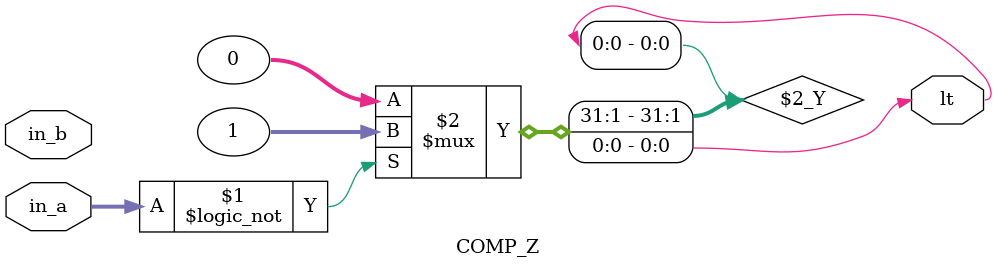
<source format=v>
`timescale 1ns / 1ps

module COMP_Z(
    input [3:0] in_a, in_b,
    output lt
    );

assign lt = (in_a == 0) ? 1 : 0;

endmodule

</source>
